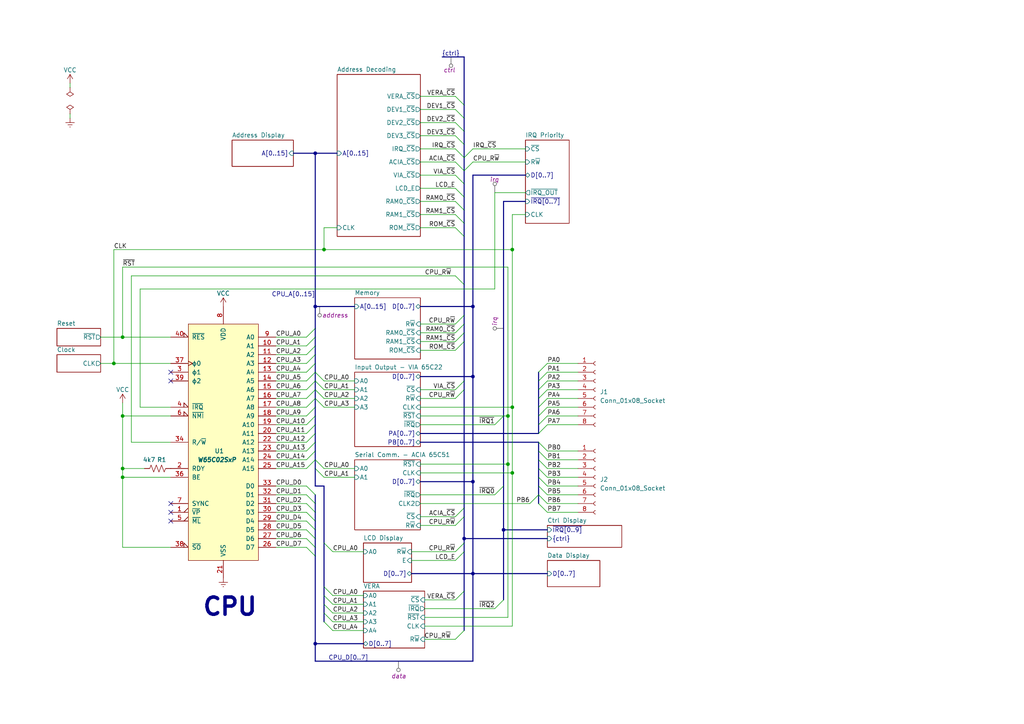
<source format=kicad_sch>
(kicad_sch (version 20230121) (generator eeschema)
  (paper "A4")
  (lib_symbols
    (symbol "65xx:W65C02SxP" (pin_names (offset 1.016))
      (property "Reference" "U" (at -10.16 35.56 0))
      (property "Value" "W65C02SxP" (at 0 0 90))
      (symbol "W65C02SxP_0_1"
        (rectangle (start -10.16 34.29) (end 10.16 -34.29) (fill (type background)))
      )
      (symbol "W65C02SxP_1_1"
        (pin output output_low (at -15.24 -20.32 0) (length 5.08) (name "~{VP}") (number "1"))
        (pin tri_state line (at 15.24 27.94 180) (length 5.08) (name "A1") (number "10"))
        (pin tri_state line (at 15.24 25.4 180) (length 5.08) (name "A2") (number "11"))
        (pin tri_state line (at 15.24 22.86 180) (length 5.08) (name "A3") (number "12"))
        (pin tri_state line (at 15.24 20.32 180) (length 5.08) (name "A4") (number "13"))
        (pin tri_state line (at 15.24 17.78 180) (length 5.08) (name "A5") (number "14"))
        (pin tri_state line (at 15.24 15.24 180) (length 5.08) (name "A6") (number "15"))
        (pin tri_state line (at 15.24 12.7 180) (length 5.08) (name "A7") (number "16"))
        (pin tri_state line (at 15.24 10.16 180) (length 5.08) (name "A8") (number "17"))
        (pin tri_state line (at 15.24 7.62 180) (length 5.08) (name "A9") (number "18"))
        (pin tri_state line (at 15.24 5.08 180) (length 5.08) (name "A10") (number "19"))
        (pin open_collector line (at -15.24 -7.62 0) (length 5.08) (name "RDY") (number "2"))
        (pin tri_state line (at 15.24 2.54 180) (length 5.08) (name "A11") (number "20"))
        (pin power_in line (at 0 -39.37 90) (length 5.08) (name "VSS") (number "21"))
        (pin tri_state line (at 15.24 0 180) (length 5.08) (name "A12") (number "22"))
        (pin tri_state line (at 15.24 -2.54 180) (length 5.08) (name "A13") (number "23"))
        (pin tri_state line (at 15.24 -5.08 180) (length 5.08) (name "A14") (number "24"))
        (pin tri_state line (at 15.24 -7.62 180) (length 5.08) (name "A15") (number "25"))
        (pin bidirectional line (at 15.24 -30.48 180) (length 5.08) (name "D7") (number "26"))
        (pin bidirectional line (at 15.24 -27.94 180) (length 5.08) (name "D6") (number "27"))
        (pin bidirectional line (at 15.24 -25.4 180) (length 5.08) (name "D5") (number "28"))
        (pin bidirectional line (at 15.24 -22.86 180) (length 5.08) (name "D4") (number "29"))
        (pin output line (at -15.24 20.32 0) (length 5.08) (name "ϕ1") (number "3"))
        (pin bidirectional line (at 15.24 -20.32 180) (length 5.08) (name "D3") (number "30"))
        (pin bidirectional line (at 15.24 -17.78 180) (length 5.08) (name "D2") (number "31"))
        (pin bidirectional line (at 15.24 -15.24 180) (length 5.08) (name "D1") (number "32"))
        (pin bidirectional line (at 15.24 -12.7 180) (length 5.08) (name "D0") (number "33"))
        (pin tri_state line (at -15.24 0 0) (length 5.08) (name "R/~{W}") (number "34"))
        (pin no_connect non_logic (at -10.16 -27.94 0) (length 2.54) hide (name "nc") (number "35"))
        (pin input line (at -15.24 -10.16 0) (length 5.08) (name "BE") (number "36"))
        (pin input clock (at -15.24 22.86 0) (length 5.08) (name "ϕ0") (number "37"))
        (pin input input_low (at -15.24 -30.48 0) (length 5.08) (name "~{SO}") (number "38"))
        (pin output line (at -15.24 17.78 0) (length 5.08) (name "ϕ2") (number "39"))
        (pin input input_low (at -15.24 10.16 0) (length 5.08) (name "~{IRQ}") (number "4"))
        (pin input input_low (at -15.24 30.48 0) (length 5.08) (name "~{RES}") (number "40"))
        (pin output output_low (at -15.24 -22.86 0) (length 5.08) (name "~{ML}") (number "5"))
        (pin input input_low (at -15.24 7.62 0) (length 5.08) (name "~{NMI}") (number "6"))
        (pin output line (at -15.24 -17.78 0) (length 5.08) (name "SYNC") (number "7"))
        (pin power_in line (at 0 39.37 270) (length 5.08) (name "VDD") (number "8"))
        (pin tri_state line (at 15.24 30.48 180) (length 5.08) (name "A0") (number "9"))
      )
    )
    (symbol "Connector:Conn_01x08_Socket" (pin_names (offset 1.016) hide)
      (property "Reference" "J" (at 0 10.16 0))
      (property "Value" "Conn_01x08_Socket" (at 0 -12.7 0))
      (symbol "Conn_01x08_Socket_1_1"
        (arc (start 0 -9.652) (mid -0.5058 -10.16) (end 0 -10.668) (stroke (width 0.1524)))
        (arc (start 0 -7.112) (mid -0.5058 -7.62) (end 0 -8.128) (stroke (width 0.1524)))
        (arc (start 0 -4.572) (mid -0.5058 -5.08) (end 0 -5.588) (stroke (width 0.1524)))
        (arc (start 0 -2.032) (mid -0.5058 -2.54) (end 0 -3.048) (stroke (width 0.1524)))
        (polyline (pts (xy -1.27 -10.16) (xy -0.508 -10.16)) (stroke (width 0.1524)))
        (polyline (pts (xy -1.27 -7.62) (xy -0.508 -7.62)) (stroke (width 0.1524)))
        (polyline (pts (xy -1.27 -5.08) (xy -0.508 -5.08)) (stroke (width 0.1524)))
        (polyline (pts (xy -1.27 -2.54) (xy -0.508 -2.54)) (stroke (width 0.1524)))
        (polyline (pts (xy -1.27 0) (xy -0.508 0)) (stroke (width 0.1524)))
        (polyline (pts (xy -1.27 2.54) (xy -0.508 2.54)) (stroke (width 0.1524)))
        (polyline (pts (xy -1.27 5.08) (xy -0.508 5.08)) (stroke (width 0.1524)))
        (polyline (pts (xy -1.27 7.62) (xy -0.508 7.62)) (stroke (width 0.1524)))
        (arc (start 0 0.508) (mid -0.5058 0) (end 0 -0.508) (stroke (width 0.1524)))
        (arc (start 0 3.048) (mid -0.5058 2.54) (end 0 2.032) (stroke (width 0.1524)))
        (arc (start 0 5.588) (mid -0.5058 5.08) (end 0 4.572) (stroke (width 0.1524)))
        (arc (start 0 8.128) (mid -0.5058 7.62) (end 0 7.112) (stroke (width 0.1524)))
        (pin passive line (at -5.08 7.62 0) (length 3.81) (name "Pin_1") (number "1"))
        (pin passive line (at -5.08 5.08 0) (length 3.81) (name "Pin_2") (number "2"))
        (pin passive line (at -5.08 2.54 0) (length 3.81) (name "Pin_3") (number "3"))
        (pin passive line (at -5.08 0 0) (length 3.81) (name "Pin_4") (number "4"))
        (pin passive line (at -5.08 -2.54 0) (length 3.81) (name "Pin_5") (number "5"))
        (pin passive line (at -5.08 -5.08 0) (length 3.81) (name "Pin_6") (number "6"))
        (pin passive line (at -5.08 -7.62 0) (length 3.81) (name "Pin_7") (number "7"))
        (pin passive line (at -5.08 -10.16 0) (length 3.81) (name "Pin_8") (number "8"))
      )
    )
    (symbol "Device:R_US" (pin_numbers hide) (pin_names (offset 0))
      (property "Reference" "R" (at 2.54 0 90))
      (property "Value" "R_US" (at -2.54 0 90))
      (symbol "R_US_0_1"
        (polyline (pts (xy 0 -2.286) (xy 0 -2.54)))
        (polyline (pts (xy 0 2.286) (xy 0 2.54)))
        (polyline (pts (xy 0 -0.762) (xy 1.016 -1.143) (xy 0 -1.524) (xy -1.016 -1.905) (xy 0 -2.286)))
        (polyline (pts (xy 0 0.762) (xy 1.016 0.381) (xy 0 0) (xy -1.016 -0.381) (xy 0 -0.762)))
        (polyline (pts (xy 0 2.286) (xy 1.016 1.905) (xy 0 1.524) (xy -1.016 1.143) (xy 0 0.762)))
      )
      (symbol "R_US_1_1"
        (pin passive line (at 0 3.81 270) (length 1.27) (name "~") (number "1"))
        (pin passive line (at 0 -3.81 90) (length 1.27) (name "~") (number "2"))
      )
    )
    (symbol "power:Earth" (power) (pin_names (offset 0))
      (symbol "Earth_0_1"
        (polyline (pts (xy -0.635 -1.905) (xy 0.635 -1.905)))
        (polyline (pts (xy -0.127 -2.54) (xy 0.127 -2.54)))
        (polyline (pts (xy 0 -1.27) (xy 0 0)))
        (polyline (pts (xy 1.27 -1.27) (xy -1.27 -1.27)))
      )
      (symbol "Earth_1_1"
        (pin power_in line (at 0 0 270) (length 0) hide (name "Earth") (number "1"))
      )
    )
    (symbol "power:PWR_FLAG" (power) (pin_numbers hide) (pin_names (offset 0) hide)
      (property "Value" "PWR_FLAG" (at 0 3.81 0))
      (symbol "PWR_FLAG_0_0"
        (pin power_out line (at 0 0 90) (length 0) (name "pwr") (number "1"))
      )
      (symbol "PWR_FLAG_0_1"
        (polyline (pts (xy 0 0) (xy 0 1.27) (xy -1.016 1.905) (xy 0 2.54) (xy 1.016 1.905) (xy 0 1.27)))
      )
    )
    (symbol "power:VCC" (power) (pin_names (offset 0))
      (property "Value" "VCC" (at 0 3.81 0))
      (symbol "VCC_0_1"
        (polyline (pts (xy -0.762 1.27) (xy 0 2.54)))
        (polyline (pts (xy 0 0) (xy 0 2.54)))
        (polyline (pts (xy 0 2.54) (xy 0.762 1.27)))
      )
      (symbol "VCC_1_1"
        (pin power_in line (at 0 0 90) (length 0) hide (name "VCC") (number "1"))
      )
    )
  )
  (bus_alias "cpu" (members "CPU_~{VP}" "CPU_~{ML}" "CPU_SYNC" "CPU_~{NMI}"))
  (bus_alias "irq" (members "~{IRQ[0..7]}" "CPU_~{IRQ}"))
  (bus_alias "ctrl" (members "RAM0_~{CS}" "ROM_~{CS}" "VIA_~{CS}" "CPU_R~{W}" "ACIA_~{CS}" "IRQ_~{CS}" "LCD_E" "RAM1_~{CS}" "VERA_~{CS}" "DEV1_~{CS}" "DEV2_~{CS}" "DEV3_~{CS}"))
  (junction (at 93.98 72.39))
  (junction (at 134.62 156.21))
  (junction (at 137.16 88.9))
  (junction (at 148.59 72.39))
  (junction (at 35.56 120.65))
  (junction (at 91.44 186.69))
  (junction (at 35.56 97.79))
  (junction (at 91.44 88.9))
  (junction (at 148.59 118.11))
  (junction (at 137.16 139.7))
  (junction (at 147.32 134.62))
  (junction (at 35.56 135.89))
  (junction (at 146.05 153.67))
  (junction (at 33.02 105.41))
  (junction (at 35.56 138.43))
  (junction (at 137.16 166.37))
  (junction (at 148.59 137.16))
  (junction (at 147.32 120.65))
  (junction (at 137.16 109.22))
  (junction (at 91.44 44.45))
  (no_connect (at 49.53 148.59))
  (no_connect (at 49.53 146.05))
  (no_connect (at 49.53 107.95))
  (no_connect (at 49.53 151.13))
  (no_connect (at 49.53 110.49))
  (bus_entry (at 91.44 110.49) (size 2.54 2.54))
  (bus_entry (at 134.62 45.72) (size -2.54 -2.54))
  (bus_entry (at 91.44 100.33) (size -2.54 2.54))
  (bus_entry (at 91.44 110.49) (size -2.54 2.54))
  (bus_entry (at 134.62 182.88) (size -2.54 2.54))
  (bus_entry (at 156.21 125.73) (size 2.54 -2.54))
  (bus_entry (at 91.44 123.19) (size -2.54 2.54))
  (bus_entry (at 132.08 58.42) (size 2.54 2.54))
  (bus_entry (at 91.44 95.25) (size -2.54 2.54))
  (bus_entry (at 156.21 140.97) (size 2.54 2.54))
  (bus_entry (at 91.44 151.13) (size -2.54 -2.54))
  (bus_entry (at 134.62 93.98) (size -2.54 2.54))
  (bus_entry (at 91.44 113.03) (size -2.54 2.54))
  (bus_entry (at 146.05 120.65) (size -2.54 2.54))
  (bus_entry (at 134.62 171.45) (size -2.54 2.54))
  (bus_entry (at 134.62 147.32) (size -2.54 2.54))
  (bus_entry (at 134.62 49.53) (size 2.54 -2.54))
  (bus_entry (at 91.44 102.87) (size -2.54 2.54))
  (bus_entry (at 156.21 143.51) (size -2.54 2.54))
  (bus_entry (at 134.62 82.55) (size -2.54 -2.54))
  (bus_entry (at 156.21 146.05) (size 2.54 2.54))
  (bus_entry (at 134.62 99.06) (size -2.54 2.54))
  (bus_entry (at 91.44 107.95) (size -2.54 2.54))
  (bus_entry (at 156.21 110.49) (size 2.54 -2.54))
  (bus_entry (at 156.21 133.35) (size 2.54 2.54))
  (bus_entry (at 91.44 158.75) (size -2.54 -2.54))
  (bus_entry (at 134.62 113.03) (size -2.54 2.54))
  (bus_entry (at 134.62 53.34) (size -2.54 -2.54))
  (bus_entry (at 91.44 115.57) (size 2.54 2.54))
  (bus_entry (at 91.44 135.89) (size 2.54 2.54))
  (bus_entry (at 134.62 91.44) (size -2.54 2.54))
  (bus_entry (at 91.44 125.73) (size -2.54 2.54))
  (bus_entry (at 91.44 120.65) (size -2.54 2.54))
  (bus_entry (at 91.44 107.95) (size 2.54 2.54))
  (bus_entry (at 93.98 175.26) (size 2.54 2.54))
  (bus_entry (at 91.44 128.27) (size -2.54 2.54))
  (bus_entry (at 91.44 146.05) (size -2.54 -2.54))
  (bus_entry (at 156.21 135.89) (size 2.54 2.54))
  (bus_entry (at 91.44 97.79) (size -2.54 2.54))
  (bus_entry (at 91.44 148.59) (size -2.54 -2.54))
  (bus_entry (at 93.98 177.8) (size 2.54 2.54))
  (bus_entry (at 91.44 115.57) (size -2.54 2.54))
  (bus_entry (at 156.21 118.11) (size 2.54 -2.54))
  (bus_entry (at 156.21 107.95) (size 2.54 -2.54))
  (bus_entry (at 134.62 110.49) (size -2.54 2.54))
  (bus_entry (at 134.62 96.52) (size -2.54 2.54))
  (bus_entry (at 134.62 68.58) (size -2.54 -2.54))
  (bus_entry (at 146.05 173.99) (size -2.54 2.54))
  (bus_entry (at 134.62 157.48) (size -2.54 2.54))
  (bus_entry (at 156.21 115.57) (size 2.54 -2.54))
  (bus_entry (at 156.21 138.43) (size 2.54 2.54))
  (bus_entry (at 93.98 172.72) (size 2.54 2.54))
  (bus_entry (at 91.44 143.51) (size -2.54 -2.54))
  (bus_entry (at 91.44 113.03) (size 2.54 2.54))
  (bus_entry (at 156.21 120.65) (size 2.54 -2.54))
  (bus_entry (at 134.62 30.48) (size -2.54 -2.54))
  (bus_entry (at 91.44 161.29) (size -2.54 -2.54))
  (bus_entry (at 134.62 64.77) (size -2.54 -2.54))
  (bus_entry (at 156.21 113.03) (size 2.54 -2.54))
  (bus_entry (at 91.44 156.21) (size -2.54 -2.54))
  (bus_entry (at 134.62 149.86) (size -2.54 2.54))
  (bus_entry (at 93.98 170.18) (size 2.54 2.54))
  (bus_entry (at 134.62 41.91) (size -2.54 -2.54))
  (bus_entry (at 91.44 118.11) (size -2.54 2.54))
  (bus_entry (at 91.44 130.81) (size -2.54 2.54))
  (bus_entry (at 156.21 128.27) (size 2.54 2.54))
  (bus_entry (at 134.62 49.53) (size -2.54 -2.54))
  (bus_entry (at 156.21 143.51) (size 2.54 2.54))
  (bus_entry (at 93.98 180.34) (size 2.54 2.54))
  (bus_entry (at 93.98 157.48) (size 2.54 2.54))
  (bus_entry (at 134.62 45.72) (size 2.54 -2.54))
  (bus_entry (at 134.62 34.29) (size -2.54 -2.54))
  (bus_entry (at 91.44 133.35) (size -2.54 2.54))
  (bus_entry (at 146.05 140.97) (size -2.54 2.54))
  (bus_entry (at 156.21 130.81) (size 2.54 2.54))
  (bus_entry (at 134.62 57.15) (size -2.54 -2.54))
  (bus_entry (at 156.21 123.19) (size 2.54 -2.54))
  (bus_entry (at 91.44 153.67) (size -2.54 -2.54))
  (bus_entry (at 91.44 105.41) (size -2.54 2.54))
  (bus_entry (at 91.44 133.35) (size 2.54 2.54))
  (bus_entry (at 134.62 160.02) (size -2.54 2.54))
  (bus_entry (at 134.62 38.1) (size -2.54 -2.54))
  (wire (pts (xy 33.02 105.41) (xy 33.02 72.39)))
  (wire (pts (xy 96.52 175.26) (xy 105.41 175.26)))
  (bus (pts (xy 134.62 49.53) (xy 134.62 53.34)))
  (wire (pts (xy 80.01 130.81) (xy 88.9 130.81)))
  (wire (pts (xy 96.52 177.8) (xy 105.41 177.8)))
  (wire (pts (xy 121.92 62.23) (xy 132.08 62.23)))
  (wire (pts (xy 147.32 77.47) (xy 147.32 120.65)))
  (wire (pts (xy 123.19 179.07) (xy 147.32 179.07)))
  (bus (pts (xy 134.62 156.21) (xy 134.62 157.48)))
  (wire (pts (xy 93.98 66.04) (xy 97.79 66.04)))
  (wire (pts (xy 96.52 180.34) (xy 105.41 180.34)))
  (wire (pts (xy 137.16 46.99) (xy 152.4 46.99)))
  (bus (pts (xy 91.44 128.27) (xy 91.44 130.81)))
  (bus (pts (xy 91.44 120.65) (xy 91.44 123.19)))
  (wire (pts (xy 93.98 135.89) (xy 102.87 135.89)))
  (wire (pts (xy 121.92 115.57) (xy 132.08 115.57)))
  (bus (pts (xy 134.62 53.34) (xy 134.62 57.15)))
  (wire (pts (xy 121.92 54.61) (xy 132.08 54.61)))
  (bus (pts (xy 91.44 123.19) (xy 91.44 125.73)))
  (bus (pts (xy 134.62 38.1) (xy 134.62 41.91)))
  (bus (pts (xy 91.44 133.35) (xy 91.44 135.89)))
  (wire (pts (xy 20.32 33.02) (xy 20.32 34.29)))
  (bus (pts (xy 93.98 170.18) (xy 93.98 172.72)))
  (wire (pts (xy 29.21 105.41) (xy 33.02 105.41)))
  (wire (pts (xy 121.92 146.05) (xy 153.67 146.05)))
  (wire (pts (xy 35.56 120.65) (xy 35.56 135.89)))
  (wire (pts (xy 147.32 120.65) (xy 147.32 134.62)))
  (bus (pts (xy 156.21 135.89) (xy 156.21 138.43)))
  (bus (pts (xy 85.09 44.45) (xy 91.44 44.45)))
  (bus (pts (xy 128.27 16.51) (xy 134.62 16.51)))
  (bus (pts (xy 156.21 128.27) (xy 156.21 130.81)))
  (bus (pts (xy 134.62 91.44) (xy 134.62 93.98)))
  (bus (pts (xy 156.21 140.97) (xy 156.21 143.51)))
  (wire (pts (xy 80.01 153.67) (xy 88.9 153.67)))
  (bus (pts (xy 91.44 135.89) (xy 91.44 140.97)))
  (bus (pts (xy 134.62 99.06) (xy 134.62 110.49)))
  (bus (pts (xy 137.16 139.7) (xy 137.16 166.37)))
  (wire (pts (xy 40.64 118.11) (xy 40.64 83.82)))
  (wire (pts (xy 132.08 27.94) (xy 121.92 27.94)))
  (wire (pts (xy 80.01 102.87) (xy 88.9 102.87)))
  (bus (pts (xy 156.21 115.57) (xy 156.21 118.11)))
  (bus (pts (xy 156.21 143.51) (xy 156.21 146.05)))
  (bus (pts (xy 137.16 109.22) (xy 137.16 139.7)))
  (wire (pts (xy 35.56 158.75) (xy 35.56 138.43)))
  (wire (pts (xy 121.92 123.19) (xy 143.51 123.19)))
  (wire (pts (xy 121.92 99.06) (xy 132.08 99.06)))
  (bus (pts (xy 121.92 88.9) (xy 137.16 88.9)))
  (bus (pts (xy 91.44 186.69) (xy 105.41 186.69)))
  (wire (pts (xy 121.92 101.6) (xy 132.08 101.6)))
  (wire (pts (xy 158.75 140.97) (xy 167.64 140.97)))
  (bus (pts (xy 93.98 157.48) (xy 93.98 170.18)))
  (bus (pts (xy 134.62 149.86) (xy 134.62 156.21)))
  (wire (pts (xy 158.75 118.11) (xy 167.64 118.11)))
  (bus (pts (xy 91.44 44.45) (xy 97.79 44.45)))
  (wire (pts (xy 80.01 133.35) (xy 88.9 133.35)))
  (wire (pts (xy 121.92 66.04) (xy 132.08 66.04)))
  (bus (pts (xy 134.62 157.48) (xy 134.62 160.02)))
  (wire (pts (xy 119.38 160.02) (xy 132.08 160.02)))
  (wire (pts (xy 121.92 43.18) (xy 132.08 43.18)))
  (wire (pts (xy 158.75 130.81) (xy 167.64 130.81)))
  (wire (pts (xy 80.01 140.97) (xy 88.9 140.97)))
  (wire (pts (xy 121.92 120.65) (xy 146.05 120.65)))
  (wire (pts (xy 143.51 55.88) (xy 152.4 55.88)))
  (bus (pts (xy 121.92 125.73) (xy 156.21 125.73)))
  (wire (pts (xy 80.01 120.65) (xy 88.9 120.65)))
  (bus (pts (xy 91.44 115.57) (xy 91.44 118.11)))
  (bus (pts (xy 91.44 110.49) (xy 91.44 113.03)))
  (wire (pts (xy 137.16 43.18) (xy 152.4 43.18)))
  (bus (pts (xy 91.44 105.41) (xy 91.44 107.95)))
  (wire (pts (xy 80.01 115.57) (xy 88.9 115.57)))
  (bus (pts (xy 91.44 148.59) (xy 91.44 151.13)))
  (bus (pts (xy 91.44 97.79) (xy 91.44 100.33)))
  (wire (pts (xy 123.19 176.53) (xy 143.51 176.53)))
  (bus (pts (xy 91.44 88.9) (xy 102.87 88.9)))
  (bus (pts (xy 156.21 118.11) (xy 156.21 120.65)))
  (bus (pts (xy 91.44 161.29) (xy 91.44 186.69)))
  (bus (pts (xy 91.44 151.13) (xy 91.44 153.67)))
  (wire (pts (xy 93.98 72.39) (xy 148.59 72.39)))
  (wire (pts (xy 148.59 72.39) (xy 148.59 118.11)))
  (bus (pts (xy 134.62 60.96) (xy 134.62 64.77)))
  (bus (pts (xy 91.44 102.87) (xy 91.44 105.41)))
  (bus (pts (xy 93.98 172.72) (xy 93.98 175.26)))
  (wire (pts (xy 35.56 77.47) (xy 147.32 77.47)))
  (bus (pts (xy 91.44 143.51) (xy 91.44 146.05)))
  (wire (pts (xy 93.98 72.39) (xy 93.98 66.04)))
  (wire (pts (xy 40.64 83.82) (xy 143.51 83.82)))
  (wire (pts (xy 121.92 31.75) (xy 132.08 31.75)))
  (bus (pts (xy 156.21 133.35) (xy 156.21 135.89)))
  (wire (pts (xy 96.52 160.02) (xy 105.41 160.02)))
  (bus (pts (xy 134.62 93.98) (xy 134.62 96.52)))
  (wire (pts (xy 80.01 148.59) (xy 88.9 148.59)))
  (bus (pts (xy 156.21 138.43) (xy 156.21 140.97)))
  (wire (pts (xy 121.92 96.52) (xy 132.08 96.52)))
  (wire (pts (xy 158.75 135.89) (xy 167.64 135.89)))
  (wire (pts (xy 35.56 138.43) (xy 49.53 138.43)))
  (wire (pts (xy 147.32 134.62) (xy 147.32 179.07)))
  (wire (pts (xy 132.08 173.99) (xy 123.19 173.99)))
  (bus (pts (xy 146.05 153.67) (xy 146.05 173.99)))
  (bus (pts (xy 134.62 110.49) (xy 134.62 113.03)))
  (wire (pts (xy 121.92 93.98) (xy 132.08 93.98)))
  (wire (pts (xy 80.01 100.33) (xy 88.9 100.33)))
  (bus (pts (xy 93.98 177.8) (xy 93.98 180.34)))
  (bus (pts (xy 91.44 100.33) (xy 91.44 102.87)))
  (wire (pts (xy 123.19 181.61) (xy 148.59 181.61)))
  (wire (pts (xy 35.56 135.89) (xy 41.91 135.89)))
  (wire (pts (xy 80.01 143.51) (xy 88.9 143.51)))
  (wire (pts (xy 35.56 116.84) (xy 35.56 120.65)))
  (bus (pts (xy 91.44 113.03) (xy 91.44 115.57)))
  (bus (pts (xy 91.44 191.77) (xy 137.16 191.77)))
  (bus (pts (xy 91.44 140.97) (xy 93.98 140.97)))
  (wire (pts (xy 121.92 118.11) (xy 148.59 118.11)))
  (bus (pts (xy 134.62 16.51) (xy 134.62 30.48)))
  (wire (pts (xy 121.92 39.37) (xy 132.08 39.37)))
  (wire (pts (xy 148.59 62.23) (xy 152.4 62.23)))
  (wire (pts (xy 80.01 97.79) (xy 88.9 97.79)))
  (wire (pts (xy 93.98 118.11) (xy 102.87 118.11)))
  (bus (pts (xy 91.44 156.21) (xy 91.44 158.75)))
  (bus (pts (xy 134.62 45.72) (xy 134.62 49.53)))
  (wire (pts (xy 40.64 118.11) (xy 49.53 118.11)))
  (bus (pts (xy 91.44 186.69) (xy 91.44 191.77)))
  (wire (pts (xy 80.01 123.19) (xy 88.9 123.19)))
  (bus (pts (xy 134.62 96.52) (xy 134.62 99.06)))
  (bus (pts (xy 156.21 113.03) (xy 156.21 115.57)))
  (bus (pts (xy 137.16 88.9) (xy 137.16 109.22)))
  (bus (pts (xy 134.62 30.48) (xy 134.62 34.29)))
  (bus (pts (xy 91.44 130.81) (xy 91.44 133.35)))
  (bus (pts (xy 119.38 166.37) (xy 137.16 166.37)))
  (wire (pts (xy 143.51 55.88) (xy 143.51 83.82)))
  (wire (pts (xy 121.92 149.86) (xy 132.08 149.86)))
  (bus (pts (xy 91.44 146.05) (xy 91.44 148.59)))
  (wire (pts (xy 121.92 58.42) (xy 132.08 58.42)))
  (wire (pts (xy 80.01 158.75) (xy 88.9 158.75)))
  (bus (pts (xy 156.21 110.49) (xy 156.21 113.03)))
  (wire (pts (xy 158.75 107.95) (xy 167.64 107.95)))
  (bus (pts (xy 134.62 147.32) (xy 134.62 113.03)))
  (wire (pts (xy 158.75 143.51) (xy 167.64 143.51)))
  (bus (pts (xy 134.62 171.45) (xy 134.62 182.88)))
  (wire (pts (xy 146.05 120.65) (xy 147.32 120.65)))
  (wire (pts (xy 35.56 135.89) (xy 35.56 138.43)))
  (wire (pts (xy 121.92 46.99) (xy 132.08 46.99)))
  (bus (pts (xy 134.62 34.29) (xy 134.62 38.1)))
  (bus (pts (xy 156.21 130.81) (xy 156.21 133.35)))
  (wire (pts (xy 132.08 162.56) (xy 119.38 162.56)))
  (wire (pts (xy 38.1 80.01) (xy 132.08 80.01)))
  (bus (pts (xy 134.62 64.77) (xy 134.62 68.58)))
  (wire (pts (xy 38.1 128.27) (xy 38.1 80.01)))
  (wire (pts (xy 121.92 134.62) (xy 147.32 134.62)))
  (wire (pts (xy 80.01 125.73) (xy 88.9 125.73)))
  (wire (pts (xy 80.01 156.21) (xy 88.9 156.21)))
  (bus (pts (xy 137.16 166.37) (xy 158.75 166.37)))
  (bus (pts (xy 134.62 57.15) (xy 134.62 60.96)))
  (wire (pts (xy 33.02 72.39) (xy 93.98 72.39)))
  (wire (pts (xy 158.75 105.41) (xy 167.64 105.41)))
  (bus (pts (xy 91.44 125.73) (xy 91.44 128.27)))
  (wire (pts (xy 123.19 185.42) (xy 132.08 185.42)))
  (bus (pts (xy 134.62 156.21) (xy 158.75 156.21)))
  (wire (pts (xy 121.92 143.51) (xy 143.51 143.51)))
  (wire (pts (xy 121.92 35.56) (xy 132.08 35.56)))
  (wire (pts (xy 96.52 182.88) (xy 105.41 182.88)))
  (wire (pts (xy 35.56 120.65) (xy 49.53 120.65)))
  (bus (pts (xy 91.44 44.45) (xy 91.44 88.9)))
  (bus (pts (xy 134.62 160.02) (xy 134.62 171.45)))
  (bus (pts (xy 137.16 166.37) (xy 137.16 191.77)))
  (wire (pts (xy 148.59 137.16) (xy 148.59 181.61)))
  (bus (pts (xy 91.44 95.25) (xy 91.44 97.79)))
  (bus (pts (xy 137.16 88.9) (xy 137.16 50.8)))
  (bus (pts (xy 134.62 41.91) (xy 134.62 45.72)))
  (bus (pts (xy 134.62 82.55) (xy 134.62 91.44)))
  (bus (pts (xy 93.98 175.26) (xy 93.98 177.8)))
  (bus (pts (xy 91.44 158.75) (xy 91.44 161.29)))
  (bus (pts (xy 146.05 140.97) (xy 146.05 120.65)))
  (wire (pts (xy 80.01 107.95) (xy 88.9 107.95)))
  (wire (pts (xy 80.01 128.27) (xy 88.9 128.27)))
  (wire (pts (xy 20.32 24.13) (xy 20.32 25.4)))
  (wire (pts (xy 80.01 146.05) (xy 88.9 146.05)))
  (wire (pts (xy 38.1 128.27) (xy 49.53 128.27)))
  (wire (pts (xy 80.01 151.13) (xy 88.9 151.13)))
  (bus (pts (xy 121.92 128.27) (xy 156.21 128.27)))
  (wire (pts (xy 158.75 120.65) (xy 167.64 120.65)))
  (wire (pts (xy 148.59 62.23) (xy 148.59 72.39)))
  (bus (pts (xy 134.62 68.58) (xy 134.62 82.55)))
  (wire (pts (xy 158.75 115.57) (xy 167.64 115.57)))
  (wire (pts (xy 29.21 97.79) (xy 35.56 97.79)))
  (wire (pts (xy 93.98 115.57) (xy 102.87 115.57)))
  (bus (pts (xy 146.05 58.42) (xy 152.4 58.42)))
  (bus (pts (xy 121.92 139.7) (xy 137.16 139.7)))
  (wire (pts (xy 35.56 158.75) (xy 49.53 158.75)))
  (wire (pts (xy 35.56 97.79) (xy 35.56 77.47)))
  (bus (pts (xy 93.98 140.97) (xy 93.98 157.48)))
  (bus (pts (xy 156.21 107.95) (xy 156.21 110.49)))
  (wire (pts (xy 80.01 110.49) (xy 88.9 110.49)))
  (bus (pts (xy 146.05 140.97) (xy 146.05 153.67)))
  (bus (pts (xy 156.21 123.19) (xy 156.21 125.73)))
  (wire (pts (xy 158.75 113.03) (xy 167.64 113.03)))
  (wire (pts (xy 80.01 113.03) (xy 88.9 113.03)))
  (wire (pts (xy 121.92 50.8) (xy 132.08 50.8)))
  (wire (pts (xy 93.98 110.49) (xy 102.87 110.49)))
  (wire (pts (xy 93.98 138.43) (xy 102.87 138.43)))
  (bus (pts (xy 156.21 120.65) (xy 156.21 123.19)))
  (bus (pts (xy 91.44 153.67) (xy 91.44 156.21)))
  (wire (pts (xy 96.52 172.72) (xy 105.41 172.72)))
  (bus (pts (xy 146.05 153.67) (xy 158.75 153.67)))
  (wire (pts (xy 158.75 133.35) (xy 167.64 133.35)))
  (bus (pts (xy 146.05 58.42) (xy 146.05 120.65)))
  (bus (pts (xy 91.44 107.95) (xy 91.44 110.49)))
  (bus (pts (xy 91.44 118.11) (xy 91.44 120.65)))
  (wire (pts (xy 80.01 135.89) (xy 88.9 135.89)))
  (wire (pts (xy 158.75 138.43) (xy 167.64 138.43)))
  (wire (pts (xy 121.92 137.16) (xy 148.59 137.16)))
  (wire (pts (xy 158.75 146.05) (xy 167.64 146.05)))
  (wire (pts (xy 121.92 113.03) (xy 132.08 113.03)))
  (wire (pts (xy 93.98 113.03) (xy 102.87 113.03)))
  (wire (pts (xy 33.02 105.41) (xy 49.53 105.41)))
  (wire (pts (xy 35.56 97.79) (xy 49.53 97.79)))
  (wire (pts (xy 148.59 118.11) (xy 148.59 137.16)))
  (bus (pts (xy 137.16 50.8) (xy 152.4 50.8)))
  (wire (pts (xy 121.92 152.4) (xy 132.08 152.4)))
  (bus (pts (xy 121.92 109.22) (xy 137.16 109.22)))
  (bus (pts (xy 91.44 88.9) (xy 91.44 95.25)))
  (wire (pts (xy 158.75 148.59) (xy 167.64 148.59)))
  (wire (pts (xy 80.01 118.11) (xy 88.9 118.11)))
  (wire (pts (xy 80.01 105.41) (xy 88.9 105.41)))
  (wire (pts (xy 158.75 123.19) (xy 167.64 123.19)))
  (wire (pts (xy 158.75 110.49) (xy 167.64 110.49)))
  (bus (pts (xy 134.62 147.32) (xy 134.62 149.86)))
  (text "CPU" (at 58.42 179.07 0) (effects (font (size 5 5) (thickness 1) bold) (justify left bottom)))
  (label "CPU_A9" (at 80.01 120.65 0))
  (label "RAM1_~{CS}" (at 132.08 99.06 180))
  (label "CPU_A0" (at 93.98 135.89 0))
  (label "IRQ_~{CS}" (at 137.16 43.18 0))
  (label "CPU_A[0..15]" (at 91.44 86.36 180))
  (label "PB3" (at 158.75 138.43 0))
  (label "CPU_A7" (at 80.01 115.57 0))
  (label "PB6" (at 158.75 146.05 0))
  (label "CPU_A6" (at 80.01 113.03 0))
  (label "ACIA_~{CS}" (at 132.08 149.86 180))
  (label "PA2" (at 158.75 110.49 0))
  (label "~{IRQ0}" (at 143.51 143.51 180))
  (label "PB4" (at 158.75 140.97 0))
  (label "ROM_~{CS}" (at 132.08 66.04 180))
  (label "ACIA_~{CS}" (at 132.08 46.99 180))
  (label "CPU_R~{W}" (at 137.16 46.99 0))
  (label "DEV2_~{CS}" (at 132.08 35.56 180))
  (label "PB2" (at 158.75 135.89 0))
  (label "VIA_~{CS}" (at 132.08 50.8 180))
  (label "CPU_A13" (at 80.01 130.81 0))
  (label "DEV1_~{CS}" (at 132.08 31.75 180))
  (label "~{RST}" (at 35.56 77.47 0))
  (label "PA3" (at 158.75 113.03 0))
  (label "~{IRQ1}" (at 143.51 123.19 180))
  (label "VIA_~{CS}" (at 132.08 113.03 180))
  (label "CPU_D7" (at 80.01 158.75 0))
  (label "CPU_A0" (at 80.01 97.79 0))
  (label "LCD_E" (at 132.08 54.61 180))
  (label "PA0" (at 158.75 105.41 0))
  (label "VERA_~{CS}" (at 132.08 173.99 180))
  (label "PA6" (at 158.75 120.65 0))
  (label "CPU_D4" (at 80.01 151.13 0))
  (label "CPU_A2" (at 96.52 177.8 0))
  (label "CPU_A3" (at 93.98 118.11 0))
  (label "RAM0_~{CS}" (at 132.08 58.42 180))
  (label "CPU_A0" (at 96.52 172.72 0))
  (label "CPU_A12" (at 80.01 128.27 0))
  (label "{ctrl}" (at 133.35 16.51 180))
  (label "PB7" (at 158.75 148.59 0))
  (label "RAM0_~{CS}" (at 132.08 96.52 180))
  (label "CPU_A4" (at 80.01 107.95 0))
  (label "CPU_D6" (at 80.01 156.21 0))
  (label "CPU_A0" (at 93.98 110.49 0))
  (label "RAM1_~{CS}" (at 132.08 62.23 180))
  (label "CPU_A11" (at 80.01 125.73 0))
  (label "CPU_A2" (at 80.01 102.87 0))
  (label "CPU_A3" (at 96.52 180.34 0))
  (label "CPU_A1" (at 96.52 175.26 0))
  (label "~{IRQ2}" (at 143.51 176.53 180))
  (label "CPU_A2" (at 93.98 115.57 0))
  (label "PB0" (at 158.75 130.81 0))
  (label "CPU_A1" (at 80.01 100.33 0))
  (label "DEV3_~{CS}" (at 132.08 39.37 180))
  (label "CPU_A14" (at 80.01 133.35 0))
  (label "CPU_A1" (at 93.98 113.03 0))
  (label "CPU_R~{W}" (at 123.19 80.01 0))
  (label "CPU_R~{W}" (at 130.81 185.42 180))
  (label "CPU_R~{W}" (at 132.08 115.57 180))
  (label "ROM_~{CS}" (at 132.08 101.6 180))
  (label "CPU_A3" (at 80.01 105.41 0))
  (label "CPU_A8" (at 80.01 118.11 0))
  (label "CPU_A1" (at 93.98 138.43 0))
  (label "CPU_A5" (at 80.01 110.49 0))
  (label "CPU_D[0..7]" (at 95.25 191.77 0))
  (label "PA1" (at 158.75 107.95 0))
  (label "PB1" (at 158.75 133.35 0))
  (label "CPU_A10" (at 80.01 123.19 0))
  (label "CPU_A0" (at 96.52 160.02 0))
  (label "PA4" (at 158.75 115.57 0))
  (label "CPU_A15" (at 80.01 135.89 0))
  (label "CPU_D1" (at 80.01 143.51 0))
  (label "CPU_R~{W}" (at 132.08 160.02 180))
  (label "CPU_D5" (at 80.01 153.67 0))
  (label "CPU_R~{W}" (at 132.08 93.98 180))
  (label "LCD_E" (at 132.08 162.56 180))
  (label "CPU_D0" (at 80.01 140.97 0))
  (label "PA5" (at 158.75 118.11 0))
  (label "CPU_A4" (at 96.52 182.88 0))
  (label "CPU_D3" (at 80.01 148.59 0))
  (label "CPU_D2" (at 80.01 146.05 0))
  (label "VERA_~{CS}" (at 132.08 27.94 180))
  (label "PA7" (at 158.75 123.19 0))
  (label "CLK" (at 33.02 72.39 0))
  (label "PB5" (at 158.75 143.51 0))
  (label "CPU_R~{W}" (at 132.08 152.4 180))
  (label "PB6" (at 153.67 146.05 180))
  (label "IRQ_~{CS}" (at 132.08 43.18 180))
  (netclass_flag "" (length 2.54) (shape round) (at 146.05 95.25 90) (property "Netclass" "irq" (at 143.51 94.5515 90) (effects (font italic) (justify left))))
  (netclass_flag "" (length 2.54) (shape round) (at 92.71 88.9 180) (property "Netclass" "address" (at 93.4085 91.44 0) (effects (font italic) (justify left))))
  (netclass_flag "" (length 2.54) (shape round) (at 143.51 55.88 0) (property "Netclass" "irq" (at 144.78 52.07 0) (effects (font italic) (justify right))))
  (netclass_flag "" (length 2.54) (shape round) (at 115.57 191.77 180) (property "Netclass" "data" (at 117.856 196.088 0) (effects (font italic) (justify right))))
  (netclass_flag "" (length 2.54) (shape round) (at 130.81 16.51 180) (property "Netclass" "ctrl" (at 132.08 20.32 0) (effects (font italic) (justify right))))
  (symbol (lib_id "power:VCC") (at 20.32 24.13 0) (unit 1)
    (property "Reference" "#PWR01" (effects hide))
    (property "Value" "+5V" (at 20.32 20.32 0))
  )
  (symbol (lib_id "power:Earth") (at 20.32 34.29 0) (unit 1)
    (property "Reference" "#PWR02" (effects hide))
    (property "Value" "Earth" (effects hide))
  )
  (symbol (lib_id "65xx:W65C02SxP") (at 64.77 128.27 0) (unit 1)
    (property "Reference" "U1" (at 62.23 130.81 0) (effects (justify left)))
    (property "Value" "W65C02SxP" (at 57.15 133.35 0) (effects (font bold italic) (justify left)))
    (property "Footprint" "Package_DIP:DIP-40_W15.24mm" (effects hide))
    (property "Datasheet" "http://www.westerndesigncenter.com/wdc/documentation/w65c02s.pdf" (effects hide))
  )
  (symbol (lib_id "power:VCC") (at 35.56 116.84 0) (unit 1)
    (property "Reference" "#PWR04" (effects hide))
    (property "Value" "+5V" (at 35.56 113.03 0))
  )
  (symbol (lib_id "Device:R_US") (at 45.72 135.89 90) (unit 1)
    (property "Reference" "R1" (at 48.26 133.35 90) (effects (justify left)))
    (property "Value" "4k7" (at 45.085 133.35 90) (effects (justify left)))
  )
  (symbol (lib_id "power:VCC") (at 64.77 88.9 0) (unit 1)
    (property "Reference" "#PWR03" (effects hide))
    (property "Value" "+5V" (at 64.77 85.09 0))
  )
  (symbol (lib_id "power:PWR_FLAG") (at 20.32 25.4 0) (mirror x) (unit 1)
    (property "Reference" "#FLG01" (effects hide))
    (property "Value" "PWR_FLAG" (effects hide))
  )
  (symbol (lib_id "Connector:Conn_01x08_Socket") (at 172.72 113.03 0) (unit 1)
    (property "Reference" "J1" (at 173.99 113.665 0) (effects (justify left)))
    (property "Value" "Conn_01x08_Socket" (at 173.99 116.205 0) (effects (justify left)))
  )
  (symbol (lib_id "power:Earth") (at 64.77 167.64 0) (unit 1)
    (property "Reference" "#PWR05" (effects hide))
    (property "Value" "Earth" (effects hide))
  )
  (symbol (lib_id "Connector:Conn_01x08_Socket") (at 172.72 138.43 0) (unit 1)
    (property "Reference" "J2" (at 173.99 139.065 0) (effects (justify left)))
    (property "Value" "Conn_01x08_Socket" (at 173.99 141.605 0) (effects (justify left)))
  )
  (symbol (lib_id "power:PWR_FLAG") (at 20.32 33.02 0) (unit 1)
    (property "Reference" "#FLG02" (effects hide))
    (property "Value" "GND" (effects hide))
  )
  (sheet (at 158.75 152.4) (size 21.59 6.35) (stroke (width 0.1524))
    (property "Sheetname" "Ctrl Display" (at 158.75 151.6884 0) (effects (justify left bottom)))
    (property "Sheetfile" "ctrl_display.kicad_sch" (effects hide))
    (pin "{ctrl}" input (at 158.75 156.21 180))
    (pin "~{IRQ[0..9]}" input (at 158.75 153.67 180))
  )
  (sheet (at 97.79 21.59) (size 24.13 46.99) (stroke (width 0.1524))
    (property "Sheetname" "Address Decoding" (at 97.79 20.8784 0) (effects (justify left bottom)))
    (property "Sheetfile" "addrdec.kicad_sch" (effects hide))
    (pin "IRQ_~{CS}" output (at 121.92 43.18 0))
    (pin "ACIA_~{CS}" output (at 121.92 46.99 0))
    (pin "RAM0_~{CS}" output (at 121.92 58.42 0))
    (pin "A[0..15]" input (at 97.79 44.45 180))
    (pin "ROM_~{CS}" output (at 121.92 66.04 0))
    (pin "VIA_~{CS}" output (at 121.92 50.8 0))
    (pin "LCD_E" output (at 121.92 54.61 0))
    (pin "RAM1_~{CS}" output (at 121.92 62.23 0))
    (pin "VERA_~{CS}" output (at 121.92 27.94 0))
    (pin "DEV1_~{CS}" output (at 121.92 31.75 0))
    (pin "DEV2_~{CS}" output (at 121.92 35.56 0))
    (pin "DEV3_~{CS}" output (at 121.92 39.37 0))
    (pin "CLK" input (at 97.79 66.04 180))
  )
  (sheet (at 16.51 95.25) (size 12.7 5.08) (stroke (width 0.1524))
    (property "Sheetname" "Reset" (at 16.51 94.5384 0) (effects (justify left bottom)))
    (property "Sheetfile" "reset.kicad_sch" (effects hide))
    (pin "~{RST}" output (at 29.21 97.79 0))
  )
  (sheet (at 105.41 171.45) (size 17.78 16.51) (stroke (width 0.1524))
    (property "Sheetname" "VERA" (at 105.41 170.7384 0) (effects (justify left bottom)))
    (property "Sheetfile" "vera.kicad_sch.kicad_sch" (effects hide))
    (pin "~{IRQ}" output (at 123.19 176.53 0))
    (pin "~{CS}" input (at 123.19 173.99 0))
    (pin "A4" input (at 105.41 182.88 180))
    (pin "A1" input (at 105.41 175.26 180))
    (pin "A3" input (at 105.41 180.34 180))
    (pin "A2" input (at 105.41 177.8 180))
    (pin "A0" input (at 105.41 172.72 180))
    (pin "D[0..7]" bidirectional (at 105.41 186.69 180))
    (pin "~{RST}" input (at 123.19 179.07 0))
    (pin "R~{W}" input (at 123.19 185.42 0))
    (pin "CLK" input (at 123.19 181.61 0))
  )
  (sheet (at 152.4 40.64) (size 12.7 24.13) (stroke (width 0.1524))
    (property "Sheetname" "IRQ Priority" (at 152.4 39.9284 0) (effects (justify left bottom)))
    (property "Sheetfile" "irq.kicad_sch" (effects hide))
    (pin "~{IRQ[0..7]}" input (at 152.4 58.42 180))
    (pin "D[0..7]" bidirectional (at 152.4 50.8 180))
    (pin "R~{W}" input (at 152.4 46.99 180))
    (pin "~{IRQ_OUT}" output (at 152.4 55.88 180))
    (pin "~{CS}" input (at 152.4 43.18 180))
    (pin "CLK" input (at 152.4 62.23 180))
  )
  (sheet (at 67.31 40.64) (size 17.78 7.62) (stroke (width 0.1524))
    (property "Sheetname" "Address Display" (at 67.31 39.9284 0) (effects (justify left bottom)))
    (property "Sheetfile" "address_display.kicad_sch" (effects hide))
    (pin "A[0..15]" input (at 85.09 44.45 0))
  )
  (sheet (at 102.87 107.95) (size 19.05 21.59) (stroke (width 0.1524))
    (property "Sheetname" "Input Output - VIA 65C22" (at 102.87 107.2384 0) (effects (justify left bottom)))
    (property "Sheetfile" "io.kicad_sch" (effects hide))
    (pin "D[0..7]" tri_state (at 121.92 109.22 0))
    (pin "A2" input (at 102.87 115.57 180))
    (pin "A1" input (at 102.87 113.03 180))
    (pin "A0" input (at 102.87 110.49 180))
    (pin "R~{W}" input (at 121.92 115.57 0))
    (pin "A3" input (at 102.87 118.11 180))
    (pin "~{CS}" input (at 121.92 113.03 0))
    (pin "~{IRQ}" output (at 121.92 123.19 0))
    (pin "~{RST}" input (at 121.92 120.65 0))
    (pin "PB[0..7]" bidirectional (at 121.92 128.27 0))
    (pin "PA[0..7]" bidirectional (at 121.92 125.73 0))
    (pin "CLK" input (at 121.92 118.11 0))
  )
  (sheet (at 102.87 86.36) (size 19.05 17.78) (stroke (width 0.1524))
    (property "Sheetname" "Memory" (at 102.87 85.6484 0) (effects (justify left bottom)))
    (property "Sheetfile" "mem.kicad_sch" (effects hide))
    (pin "R~{W}" input (at 121.92 93.98 0))
    (pin "ROM_~{CS}" input (at 121.92 101.6 0))
    (pin "D[0..7]" tri_state (at 121.92 88.9 0))
    (pin "A[0..15]" input (at 102.87 88.9 180))
    (pin "RAM0_~{CS}" input (at 121.92 96.52 0))
    (pin "RAM1_~{CS}" input (at 121.92 99.06 0))
  )
  (sheet (at 102.87 133.35) (size 19.05 20.32) (stroke (width 0.1524))
    (property "Sheetname" "Serial Comm. - ACIA 65C51" (at 102.87 132.6384 0) (effects (justify left bottom)))
    (property "Sheetfile" "serialcomm.kicad_sch" (effects hide))
    (pin "A1" input (at 102.87 138.43 180))
    (pin "A0" input (at 102.87 135.89 180))
    (pin "R~{W}" input (at 121.92 152.4 0))
    (pin "D[0..7]" tri_state (at 121.92 139.7 0))
    (pin "~{IRQ}" output (at 121.92 143.51 0))
    (pin "~{CS}" input (at 121.92 149.86 0))
    (pin "~{RST}" input (at 121.92 134.62 0))
    (pin "CLK2" output (at 121.92 146.05 0))
    (pin "CLK" input (at 121.92 137.16 0))
  )
  (sheet (at 158.75 162.56) (size 15.24 7.62) (stroke (width 0.1524))
    (property "Sheetname" "Data Display" (at 158.75 161.8484 0) (effects (justify left bottom)))
    (property "Sheetfile" "data_display.kicad_sch" (effects hide))
    (pin "D[0..7]" input (at 158.75 166.37 180))
  )
  (sheet (at 105.41 157.48) (size 13.97 11.43) (stroke (width 0.1524))
    (property "Sheetname" "LCD Display" (at 105.41 156.7684 0) (effects (justify left bottom)))
    (property "Sheetfile" "lcd.kicad_sch" (effects hide))
    (pin "E" input (at 119.38 162.56 0))
    (pin "A0" input (at 105.41 160.02 180))
    (pin "R~{W}" input (at 119.38 160.02 0))
    (pin "D[0..7]" tri_state (at 119.38 166.37 0))
  )
  (sheet (at 16.51 102.87) (size 12.7 5.08) (stroke (width 0.1524))
    (property "Sheetname" "Clock" (at 16.51 102.1584 0) (effects (justify left bottom)))
    (property "Sheetfile" "clock.kicad_sch" (effects hide))
    (pin "CLK" output (at 29.21 105.41 0))
  )
)
</source>
